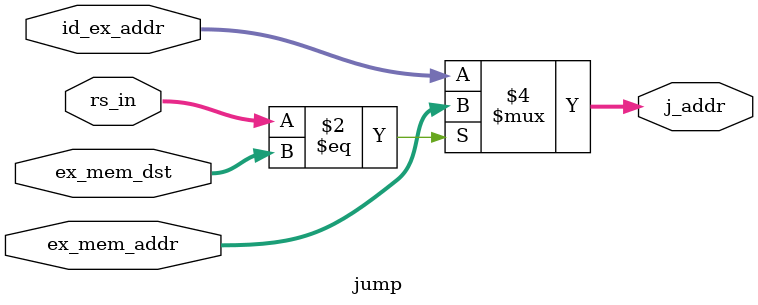
<source format=v>

module jump(
	input wire [4:0] rs_in,
	input wire [4:0] ex_mem_dst,
	input wire [31:0] ex_mem_addr,
	input wire [31:0] id_ex_addr,
	output reg [31:0] j_addr
	);
	
	always @* begin
		
		if (rs_in == ex_mem_dst) begin
			j_addr = ex_mem_addr;
		end else begin
			j_addr = id_ex_addr;
		end
	end
endmodule

</source>
